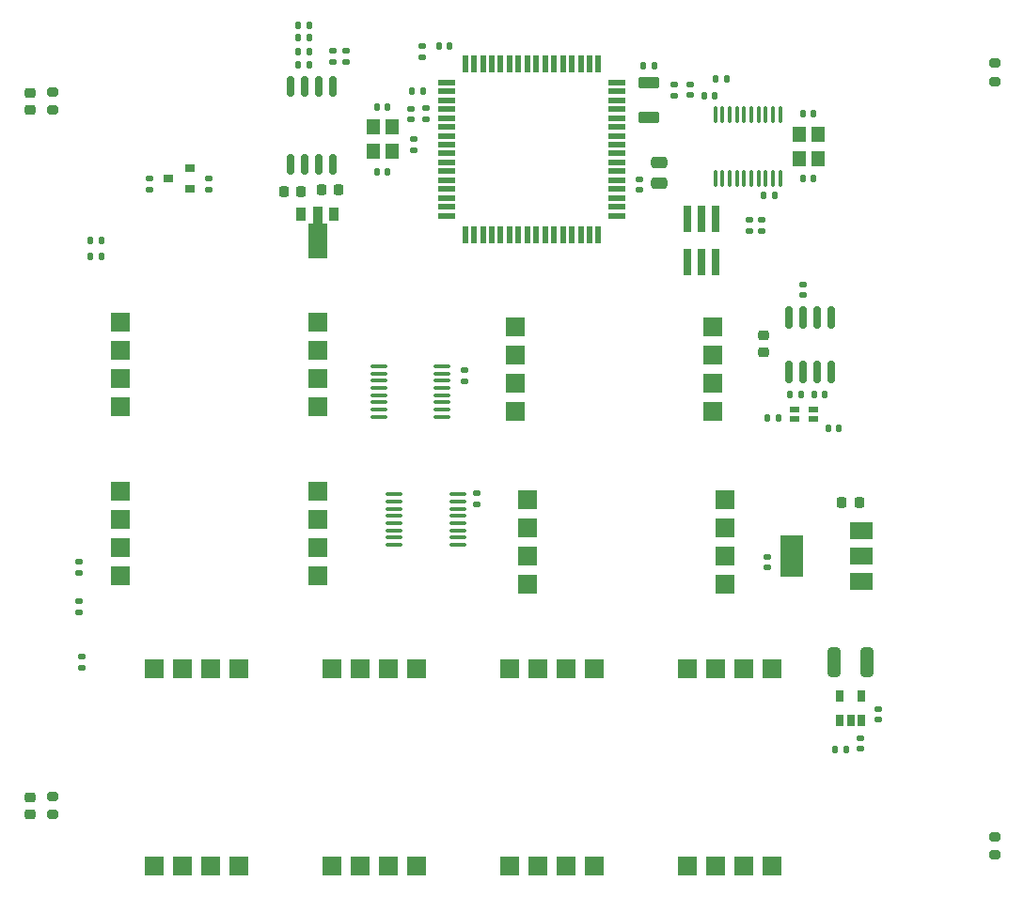
<source format=gbr>
%TF.GenerationSoftware,KiCad,Pcbnew,(6.0.0)*%
%TF.CreationDate,2022-01-29T18:53:07+09:00*%
%TF.ProjectId,ykts-payload,796b7473-2d70-4617-996c-6f61642e6b69,A4*%
%TF.SameCoordinates,Original*%
%TF.FileFunction,Paste,Top*%
%TF.FilePolarity,Positive*%
%FSLAX46Y46*%
G04 Gerber Fmt 4.6, Leading zero omitted, Abs format (unit mm)*
G04 Created by KiCad (PCBNEW (6.0.0)) date 2022-01-29 18:53:07*
%MOMM*%
%LPD*%
G01*
G04 APERTURE LIST*
G04 Aperture macros list*
%AMRoundRect*
0 Rectangle with rounded corners*
0 $1 Rounding radius*
0 $2 $3 $4 $5 $6 $7 $8 $9 X,Y pos of 4 corners*
0 Add a 4 corners polygon primitive as box body*
4,1,4,$2,$3,$4,$5,$6,$7,$8,$9,$2,$3,0*
0 Add four circle primitives for the rounded corners*
1,1,$1+$1,$2,$3*
1,1,$1+$1,$4,$5*
1,1,$1+$1,$6,$7*
1,1,$1+$1,$8,$9*
0 Add four rect primitives between the rounded corners*
20,1,$1+$1,$2,$3,$4,$5,0*
20,1,$1+$1,$4,$5,$6,$7,0*
20,1,$1+$1,$6,$7,$8,$9,0*
20,1,$1+$1,$8,$9,$2,$3,0*%
%AMFreePoly0*
4,1,9,3.862500,-0.866500,0.737500,-0.866500,0.737500,-0.450000,-0.737500,-0.450000,-0.737500,0.450000,0.737500,0.450000,0.737500,0.866500,3.862500,0.866500,3.862500,-0.866500,3.862500,-0.866500,$1*%
G04 Aperture macros list end*
%ADD10RoundRect,0.150000X-0.150000X0.800000X-0.150000X-0.800000X0.150000X-0.800000X0.150000X0.800000X0*%
%ADD11RoundRect,0.140000X0.170000X-0.140000X0.170000X0.140000X-0.170000X0.140000X-0.170000X-0.140000X0*%
%ADD12RoundRect,0.140000X0.140000X0.170000X-0.140000X0.170000X-0.140000X-0.170000X0.140000X-0.170000X0*%
%ADD13RoundRect,0.225000X0.250000X-0.225000X0.250000X0.225000X-0.250000X0.225000X-0.250000X-0.225000X0*%
%ADD14RoundRect,0.140000X-0.140000X-0.170000X0.140000X-0.170000X0.140000X0.170000X-0.140000X0.170000X0*%
%ADD15RoundRect,0.025500X-0.354500X0.229500X-0.354500X-0.229500X0.354500X-0.229500X0.354500X0.229500X0*%
%ADD16RoundRect,0.250000X0.700000X-0.275000X0.700000X0.275000X-0.700000X0.275000X-0.700000X-0.275000X0*%
%ADD17RoundRect,0.135000X-0.185000X0.135000X-0.185000X-0.135000X0.185000X-0.135000X0.185000X0.135000X0*%
%ADD18RoundRect,0.135000X0.185000X-0.135000X0.185000X0.135000X-0.185000X0.135000X-0.185000X-0.135000X0*%
%ADD19RoundRect,0.135000X0.135000X0.185000X-0.135000X0.185000X-0.135000X-0.185000X0.135000X-0.185000X0*%
%ADD20RoundRect,0.135000X-0.135000X-0.185000X0.135000X-0.185000X0.135000X0.185000X-0.135000X0.185000X0*%
%ADD21RoundRect,0.100000X0.637500X0.100000X-0.637500X0.100000X-0.637500X-0.100000X0.637500X-0.100000X0*%
%ADD22RoundRect,0.250000X0.475000X-0.250000X0.475000X0.250000X-0.475000X0.250000X-0.475000X-0.250000X0*%
%ADD23RoundRect,0.140000X-0.170000X0.140000X-0.170000X-0.140000X0.170000X-0.140000X0.170000X0.140000X0*%
%ADD24RoundRect,0.147500X-0.147500X-0.172500X0.147500X-0.172500X0.147500X0.172500X-0.147500X0.172500X0*%
%ADD25R,0.550000X1.500000*%
%ADD26R,1.500000X0.550000*%
%ADD27R,1.200000X1.400000*%
%ADD28R,1.700000X1.700000*%
%ADD29RoundRect,0.100000X0.100000X-0.637500X0.100000X0.637500X-0.100000X0.637500X-0.100000X-0.637500X0*%
%ADD30RoundRect,0.150000X-0.150000X0.825000X-0.150000X-0.825000X0.150000X-0.825000X0.150000X0.825000X0*%
%ADD31R,0.740000X2.400000*%
%ADD32R,0.900000X0.800000*%
%ADD33RoundRect,0.250000X-0.312500X-1.075000X0.312500X-1.075000X0.312500X1.075000X-0.312500X1.075000X0*%
%ADD34RoundRect,0.225000X0.225000X0.250000X-0.225000X0.250000X-0.225000X-0.250000X0.225000X-0.250000X0*%
%ADD35RoundRect,0.200000X0.275000X-0.200000X0.275000X0.200000X-0.275000X0.200000X-0.275000X-0.200000X0*%
%ADD36RoundRect,0.200000X-0.275000X0.200000X-0.275000X-0.200000X0.275000X-0.200000X0.275000X0.200000X0*%
%ADD37RoundRect,0.225000X-0.225000X-0.250000X0.225000X-0.250000X0.225000X0.250000X-0.225000X0.250000X0*%
%ADD38RoundRect,0.225000X-0.250000X0.225000X-0.250000X-0.225000X0.250000X-0.225000X0.250000X0.225000X0*%
%ADD39R,2.000000X1.500000*%
%ADD40R,2.000000X3.800000*%
%ADD41R,0.900000X1.300000*%
%ADD42FreePoly0,270.000000*%
%ADD43RoundRect,0.147500X0.172500X-0.147500X0.172500X0.147500X-0.172500X0.147500X-0.172500X-0.147500X0*%
%ADD44R,0.650000X1.060000*%
G04 APERTURE END LIST*
D10*
%TO.C,U3*%
X119507000Y-71176000D03*
X118237000Y-71176000D03*
X116967000Y-71176000D03*
X115697000Y-71176000D03*
X115697000Y-78176000D03*
X116967000Y-78176000D03*
X118237000Y-78176000D03*
X119507000Y-78176000D03*
%TD*%
D11*
%TO.C,C3*%
X126492000Y-74140000D03*
X126492000Y-73180000D03*
%TD*%
%TO.C,C4*%
X147066000Y-80490000D03*
X147066000Y-79530000D03*
%TD*%
D12*
%TO.C,C11*%
X162786000Y-79502000D03*
X161826000Y-79502000D03*
%TD*%
D13*
%TO.C,C13*%
X158242000Y-95183000D03*
X158242000Y-93633000D03*
%TD*%
D14*
%TO.C,CH1*%
X162842000Y-98933000D03*
X163802000Y-98933000D03*
%TD*%
D12*
%TO.C,CL1*%
X161643000Y-98933000D03*
X160683000Y-98933000D03*
%TD*%
D15*
%TO.C,FL1*%
X162760000Y-100276000D03*
X161090000Y-100276000D03*
X161090000Y-101146000D03*
X162760000Y-101146000D03*
%TD*%
D11*
%TO.C,C15*%
X161798000Y-90015000D03*
X161798000Y-89055000D03*
%TD*%
D16*
%TO.C,L1*%
X147955000Y-73965000D03*
X147955000Y-70815000D03*
%TD*%
D17*
%TO.C,R11*%
X127889000Y-73150000D03*
X127889000Y-74170000D03*
%TD*%
D18*
%TO.C,R12*%
X126746000Y-76964000D03*
X126746000Y-75944000D03*
%TD*%
D19*
%TO.C,R13*%
X127637000Y-71628000D03*
X126617000Y-71628000D03*
%TD*%
D18*
%TO.C,R16*%
X127508000Y-68582000D03*
X127508000Y-67562000D03*
%TD*%
D17*
%TO.C,R27*%
X132461000Y-107821000D03*
X132461000Y-108841000D03*
%TD*%
D19*
%TO.C,R28*%
X159260000Y-81026000D03*
X158240000Y-81026000D03*
%TD*%
D20*
%TO.C,R29*%
X153922000Y-70485000D03*
X154942000Y-70485000D03*
%TD*%
D18*
%TO.C,R30*%
X150241000Y-72011000D03*
X150241000Y-70991000D03*
%TD*%
D21*
%TO.C,U5*%
X129354500Y-100954000D03*
X129354500Y-100304000D03*
X129354500Y-99654000D03*
X129354500Y-99004000D03*
X129354500Y-98354000D03*
X129354500Y-97704000D03*
X129354500Y-97054000D03*
X129354500Y-96404000D03*
X123629500Y-96404000D03*
X123629500Y-97054000D03*
X123629500Y-97704000D03*
X123629500Y-98354000D03*
X123629500Y-99004000D03*
X123629500Y-99654000D03*
X123629500Y-100304000D03*
X123629500Y-100954000D03*
%TD*%
D14*
%TO.C,C2*%
X123472000Y-73025000D03*
X124432000Y-73025000D03*
%TD*%
%TO.C,C5*%
X147475000Y-69342000D03*
X148435000Y-69342000D03*
%TD*%
D22*
%TO.C,C6*%
X148844000Y-79944000D03*
X148844000Y-78044000D03*
%TD*%
D14*
%TO.C,C10*%
X161826000Y-73660000D03*
X162786000Y-73660000D03*
%TD*%
D12*
%TO.C,C12*%
X153896000Y-72009000D03*
X152936000Y-72009000D03*
%TD*%
D23*
%TO.C,C14*%
X151638000Y-71021000D03*
X151638000Y-71981000D03*
%TD*%
D12*
%TO.C,CH2*%
X159611000Y-101092000D03*
X158651000Y-101092000D03*
%TD*%
D14*
%TO.C,CL2*%
X164112000Y-101981000D03*
X165072000Y-101981000D03*
%TD*%
D24*
%TO.C,D2*%
X129055000Y-67564000D03*
X130025000Y-67564000D03*
%TD*%
D25*
%TO.C,U1*%
X143414000Y-69135000D03*
X142614000Y-69135000D03*
X141814000Y-69135000D03*
X141014000Y-69135000D03*
X140214000Y-69135000D03*
X139414000Y-69135000D03*
X138614000Y-69135000D03*
X137814000Y-69135000D03*
X137014000Y-69135000D03*
X136214000Y-69135000D03*
X135414000Y-69135000D03*
X134614000Y-69135000D03*
X133814000Y-69135000D03*
X133014000Y-69135000D03*
X132214000Y-69135000D03*
X131414000Y-69135000D03*
D26*
X129714000Y-70835000D03*
X129714000Y-71635000D03*
X129714000Y-72435000D03*
X129714000Y-73235000D03*
X129714000Y-74035000D03*
X129714000Y-74835000D03*
X129714000Y-75635000D03*
X129714000Y-76435000D03*
X129714000Y-77235000D03*
X129714000Y-78035000D03*
X129714000Y-78835000D03*
X129714000Y-79635000D03*
X129714000Y-80435000D03*
X129714000Y-81235000D03*
X129714000Y-82035000D03*
X129714000Y-82835000D03*
D25*
X131414000Y-84535000D03*
X132214000Y-84535000D03*
X133014000Y-84535000D03*
X133814000Y-84535000D03*
X134614000Y-84535000D03*
X135414000Y-84535000D03*
X136214000Y-84535000D03*
X137014000Y-84535000D03*
X137814000Y-84535000D03*
X138614000Y-84535000D03*
X139414000Y-84535000D03*
X140214000Y-84535000D03*
X141014000Y-84535000D03*
X141814000Y-84535000D03*
X142614000Y-84535000D03*
X143414000Y-84535000D03*
D26*
X145114000Y-82835000D03*
X145114000Y-82035000D03*
X145114000Y-81235000D03*
X145114000Y-80435000D03*
X145114000Y-79635000D03*
X145114000Y-78835000D03*
X145114000Y-78035000D03*
X145114000Y-77235000D03*
X145114000Y-76435000D03*
X145114000Y-75635000D03*
X145114000Y-74835000D03*
X145114000Y-74035000D03*
X145114000Y-73235000D03*
X145114000Y-72435000D03*
X145114000Y-71635000D03*
X145114000Y-70835000D03*
%TD*%
D27*
%TO.C,Y2*%
X163156000Y-77681000D03*
X163156000Y-75481000D03*
X161456000Y-75481000D03*
X161456000Y-77681000D03*
%TD*%
D28*
%TO.C,N1*%
X118110000Y-107696000D03*
X118110000Y-110236000D03*
X118110000Y-112776000D03*
X118110000Y-115316000D03*
X100330000Y-107696000D03*
X100330000Y-110236000D03*
X100330000Y-112776000D03*
X100330000Y-115316000D03*
%TD*%
%TO.C,N2*%
X118110000Y-92456000D03*
X118110000Y-94996000D03*
X118110000Y-97536000D03*
X118110000Y-100076000D03*
X100330000Y-92456000D03*
X100330000Y-94996000D03*
X100330000Y-97536000D03*
X100330000Y-100076000D03*
%TD*%
%TO.C,N3*%
X135890000Y-100457000D03*
X135890000Y-97917000D03*
X135890000Y-95377000D03*
X135890000Y-92837000D03*
X153670000Y-100457000D03*
X153670000Y-97917000D03*
X153670000Y-95377000D03*
X153670000Y-92837000D03*
%TD*%
%TO.C,N4*%
X137033000Y-116078000D03*
X137033000Y-113538000D03*
X137033000Y-110998000D03*
X137033000Y-108458000D03*
X154813000Y-116078000D03*
X154813000Y-113538000D03*
X154813000Y-110998000D03*
X154813000Y-108458000D03*
%TD*%
%TO.C,N5*%
X103378000Y-123698000D03*
X105918000Y-123698000D03*
X108458000Y-123698000D03*
X110998000Y-123698000D03*
X103378000Y-141478000D03*
X105918000Y-141478000D03*
X108458000Y-141478000D03*
X110998000Y-141478000D03*
%TD*%
%TO.C,N6*%
X151384000Y-123698000D03*
X153924000Y-123698000D03*
X156464000Y-123698000D03*
X159004000Y-123698000D03*
X151384000Y-141478000D03*
X153924000Y-141478000D03*
X156464000Y-141478000D03*
X159004000Y-141478000D03*
%TD*%
%TO.C,N7*%
X119380000Y-123698000D03*
X121920000Y-123698000D03*
X124460000Y-123698000D03*
X127000000Y-123698000D03*
X119380000Y-141478000D03*
X121920000Y-141478000D03*
X124460000Y-141478000D03*
X127000000Y-141478000D03*
%TD*%
%TO.C,N8*%
X135382000Y-123698000D03*
X137922000Y-123698000D03*
X140462000Y-123698000D03*
X143002000Y-123698000D03*
X135382000Y-141478000D03*
X137922000Y-141478000D03*
X140462000Y-141478000D03*
X143002000Y-141478000D03*
%TD*%
D21*
%TO.C,U6*%
X130751500Y-112511000D03*
X130751500Y-111861000D03*
X130751500Y-111211000D03*
X130751500Y-110561000D03*
X130751500Y-109911000D03*
X130751500Y-109261000D03*
X130751500Y-108611000D03*
X130751500Y-107961000D03*
X125026500Y-107961000D03*
X125026500Y-108611000D03*
X125026500Y-109261000D03*
X125026500Y-109911000D03*
X125026500Y-110561000D03*
X125026500Y-111211000D03*
X125026500Y-111861000D03*
X125026500Y-112511000D03*
%TD*%
D29*
%TO.C,U7*%
X153920000Y-79443500D03*
X154570000Y-79443500D03*
X155220000Y-79443500D03*
X155870000Y-79443500D03*
X156520000Y-79443500D03*
X157170000Y-79443500D03*
X157820000Y-79443500D03*
X158470000Y-79443500D03*
X159120000Y-79443500D03*
X159770000Y-79443500D03*
X159770000Y-73718500D03*
X159120000Y-73718500D03*
X158470000Y-73718500D03*
X157820000Y-73718500D03*
X157170000Y-73718500D03*
X156520000Y-73718500D03*
X155870000Y-73718500D03*
X155220000Y-73718500D03*
X154570000Y-73718500D03*
X153920000Y-73718500D03*
%TD*%
D30*
%TO.C,U8*%
X164338000Y-92013000D03*
X163068000Y-92013000D03*
X161798000Y-92013000D03*
X160528000Y-92013000D03*
X160528000Y-96963000D03*
X161798000Y-96963000D03*
X163068000Y-96963000D03*
X164338000Y-96963000D03*
%TD*%
D12*
%TO.C,C1*%
X124433755Y-78867000D03*
X123473755Y-78867000D03*
%TD*%
D31*
%TO.C,J6*%
X151384000Y-87040000D03*
X151384000Y-83140000D03*
X152654000Y-87040000D03*
X152654000Y-83140000D03*
X153924000Y-87040000D03*
X153924000Y-83140000D03*
%TD*%
D32*
%TO.C,Q1*%
X106664000Y-80452000D03*
X106664000Y-78552000D03*
X104664000Y-79502000D03*
%TD*%
D18*
%TO.C,R9*%
X108331000Y-80520000D03*
X108331000Y-79500000D03*
%TD*%
D17*
%TO.C,R10*%
X102997000Y-79500000D03*
X102997000Y-80520000D03*
%TD*%
%TO.C,R26*%
X131318000Y-96772000D03*
X131318000Y-97792000D03*
%TD*%
D27*
%TO.C,Y1*%
X124803755Y-77048000D03*
X124803755Y-74848000D03*
X123103755Y-74848000D03*
X123103755Y-77048000D03*
%TD*%
D18*
%TO.C,R22*%
X119507000Y-68965000D03*
X119507000Y-67945000D03*
%TD*%
D13*
%TO.C,C32*%
X92202000Y-73292000D03*
X92202000Y-71742000D03*
%TD*%
D33*
%TO.C,R_CSB1*%
X164661500Y-123105000D03*
X167586500Y-123105000D03*
%TD*%
D34*
%TO.C,C7*%
X116663500Y-80645000D03*
X115113500Y-80645000D03*
%TD*%
D20*
%TO.C,R21*%
X116330000Y-69215000D03*
X117350000Y-69215000D03*
%TD*%
D18*
%TO.C,R8*%
X96901000Y-123573000D03*
X96901000Y-122553000D03*
%TD*%
D35*
%TO.C,R1*%
X179070000Y-140461000D03*
X179070000Y-138811000D03*
%TD*%
D19*
%TO.C,R18*%
X117350000Y-68072000D03*
X116330000Y-68072000D03*
%TD*%
D23*
%TO.C,C36*%
X158623000Y-113566000D03*
X158623000Y-114526000D03*
%TD*%
D17*
%TO.C,R6*%
X96647000Y-114044000D03*
X96647000Y-115064000D03*
%TD*%
D36*
%TO.C,R3*%
X94234000Y-71692000D03*
X94234000Y-73342000D03*
%TD*%
D34*
%TO.C,C34*%
X166891000Y-108712000D03*
X165341000Y-108712000D03*
%TD*%
D17*
%TO.C,R5*%
X156972000Y-83183000D03*
X156972000Y-84203000D03*
%TD*%
D18*
%TO.C,R24*%
X158115000Y-84203000D03*
X158115000Y-83183000D03*
%TD*%
D37*
%TO.C,C8*%
X118478000Y-80518000D03*
X120028000Y-80518000D03*
%TD*%
D17*
%TO.C,R7*%
X96647000Y-117600000D03*
X96647000Y-118620000D03*
%TD*%
D20*
%TO.C,R20*%
X116330000Y-66802000D03*
X117350000Y-66802000D03*
%TD*%
D38*
%TO.C,C33*%
X92202000Y-135242000D03*
X92202000Y-136792000D03*
%TD*%
D39*
%TO.C,U12*%
X167107000Y-115838000D03*
D40*
X160807000Y-113538000D03*
D39*
X167107000Y-113538000D03*
X167107000Y-111238000D03*
%TD*%
D41*
%TO.C,U2*%
X119610000Y-82678000D03*
D42*
X118110000Y-82765500D03*
D41*
X116610000Y-82678000D03*
%TD*%
D43*
%TO.C,D3*%
X167005000Y-130914000D03*
X167005000Y-129944000D03*
%TD*%
D19*
%TO.C,R15*%
X98681000Y-86487000D03*
X97661000Y-86487000D03*
%TD*%
D17*
%TO.C,R19*%
X120650000Y-67943000D03*
X120650000Y-68963000D03*
%TD*%
D11*
%TO.C,C9*%
X168590000Y-128284000D03*
X168590000Y-127324000D03*
%TD*%
D20*
%TO.C,R14*%
X97663000Y-85090000D03*
X98683000Y-85090000D03*
%TD*%
D35*
%TO.C,R4*%
X94234000Y-136842000D03*
X94234000Y-135192000D03*
%TD*%
D44*
%TO.C,U4*%
X165166000Y-128354000D03*
X166116000Y-128354000D03*
X167066000Y-128354000D03*
X167066000Y-126154000D03*
X165166000Y-126154000D03*
%TD*%
D19*
%TO.C,R23*%
X165737000Y-130937000D03*
X164717000Y-130937000D03*
%TD*%
D36*
%TO.C,R2*%
X179070000Y-69088000D03*
X179070000Y-70738000D03*
%TD*%
D19*
%TO.C,R17*%
X117350000Y-65659000D03*
X116330000Y-65659000D03*
%TD*%
M02*

</source>
